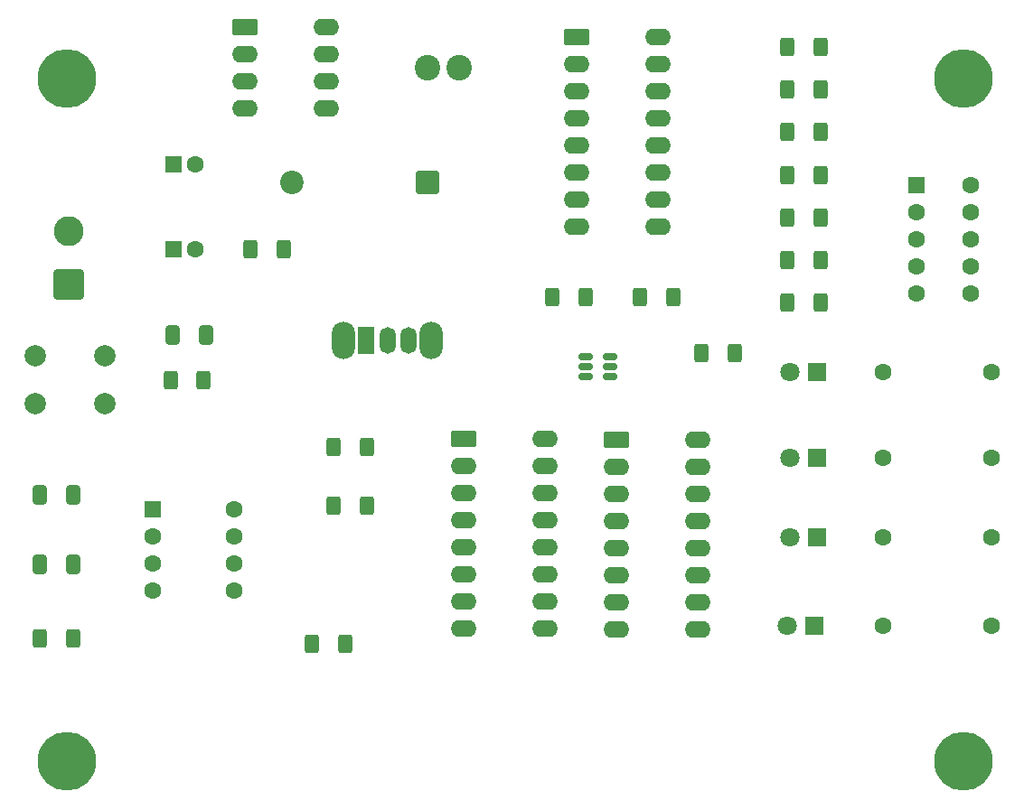
<source format=gbr>
%TF.GenerationSoftware,KiCad,Pcbnew,9.0.3*%
%TF.CreationDate,2025-12-16T09:58:40+01:00*%
%TF.ProjectId,PTP_Josip_Bosnic_Project1,5054505f-4a6f-4736-9970-5f426f736e69,rev?*%
%TF.SameCoordinates,Original*%
%TF.FileFunction,Soldermask,Top*%
%TF.FilePolarity,Negative*%
%FSLAX46Y46*%
G04 Gerber Fmt 4.6, Leading zero omitted, Abs format (unit mm)*
G04 Created by KiCad (PCBNEW 9.0.3) date 2025-12-16 09:58:40*
%MOMM*%
%LPD*%
G01*
G04 APERTURE LIST*
G04 Aperture macros list*
%AMRoundRect*
0 Rectangle with rounded corners*
0 $1 Rounding radius*
0 $2 $3 $4 $5 $6 $7 $8 $9 X,Y pos of 4 corners*
0 Add a 4 corners polygon primitive as box body*
4,1,4,$2,$3,$4,$5,$6,$7,$8,$9,$2,$3,0*
0 Add four circle primitives for the rounded corners*
1,1,$1+$1,$2,$3*
1,1,$1+$1,$4,$5*
1,1,$1+$1,$6,$7*
1,1,$1+$1,$8,$9*
0 Add four rect primitives between the rounded corners*
20,1,$1+$1,$2,$3,$4,$5,0*
20,1,$1+$1,$4,$5,$6,$7,0*
20,1,$1+$1,$6,$7,$8,$9,0*
20,1,$1+$1,$8,$9,$2,$3,0*%
G04 Aperture macros list end*
%ADD10R,1.800000X1.800000*%
%ADD11C,1.800000*%
%ADD12C,1.600000*%
%ADD13RoundRect,0.250000X-0.400000X-0.625000X0.400000X-0.625000X0.400000X0.625000X-0.400000X0.625000X0*%
%ADD14C,5.500000*%
%ADD15O,2.200000X3.500000*%
%ADD16R,1.500000X2.500000*%
%ADD17O,1.500000X2.500000*%
%ADD18C,2.000000*%
%ADD19RoundRect,0.250000X-0.412500X-0.650000X0.412500X-0.650000X0.412500X0.650000X-0.412500X0.650000X0*%
%ADD20RoundRect,0.250000X0.400000X0.625000X-0.400000X0.625000X-0.400000X-0.625000X0.400000X-0.625000X0*%
%ADD21C,2.400000*%
%ADD22RoundRect,0.250000X0.412500X0.650000X-0.412500X0.650000X-0.412500X-0.650000X0.412500X-0.650000X0*%
%ADD23RoundRect,0.250000X-0.950000X-0.550000X0.950000X-0.550000X0.950000X0.550000X-0.950000X0.550000X0*%
%ADD24O,2.400000X1.600000*%
%ADD25RoundRect,0.250000X-0.550000X-0.550000X0.550000X-0.550000X0.550000X0.550000X-0.550000X0.550000X0*%
%ADD26RoundRect,0.150000X-0.512500X-0.150000X0.512500X-0.150000X0.512500X0.150000X-0.512500X0.150000X0*%
%ADD27R,1.600000X1.600000*%
%ADD28RoundRect,0.250001X1.149999X-1.149999X1.149999X1.149999X-1.149999X1.149999X-1.149999X-1.149999X0*%
%ADD29C,2.800000*%
%ADD30RoundRect,0.249999X0.850001X0.850001X-0.850001X0.850001X-0.850001X-0.850001X0.850001X-0.850001X0*%
%ADD31C,2.200000*%
G04 APERTURE END LIST*
D10*
%TO.C,D2*%
X178250000Y-96000000D03*
D11*
X175710000Y-96000000D03*
%TD*%
D12*
%TO.C,R1*%
X184420000Y-104250000D03*
X194580000Y-104250000D03*
%TD*%
%TO.C,R3*%
X184420000Y-88500000D03*
X194580000Y-88500000D03*
%TD*%
D13*
%TO.C,R18*%
X175450000Y-74000000D03*
X178550000Y-74000000D03*
%TD*%
%TO.C,R13*%
X117700000Y-81250000D03*
X120800000Y-81250000D03*
%TD*%
D10*
%TO.C,D1*%
X178025000Y-104250000D03*
D11*
X175485000Y-104250000D03*
%TD*%
D10*
%TO.C,D5*%
X178250000Y-80500000D03*
D11*
X175710000Y-80500000D03*
%TD*%
D14*
%TO.C,H1*%
X108000000Y-53000000D03*
%TD*%
D12*
%TO.C,R4*%
X184420000Y-80500000D03*
X194580000Y-80500000D03*
%TD*%
D13*
%TO.C,R7*%
X125200000Y-69000000D03*
X128300000Y-69000000D03*
%TD*%
D15*
%TO.C,SW2*%
X133900000Y-77500000D03*
X142100000Y-77500000D03*
D16*
X136000000Y-77500000D03*
D17*
X138000000Y-77500000D03*
X140000000Y-77500000D03*
%TD*%
D18*
%TO.C,SW1*%
X105000000Y-79000000D03*
X111500000Y-79000000D03*
X105000000Y-83500000D03*
X111500000Y-83500000D03*
%TD*%
D19*
%TO.C,C3*%
X117875000Y-77000000D03*
X121000000Y-77000000D03*
%TD*%
D20*
%TO.C,R20*%
X108550000Y-105500000D03*
X105450000Y-105500000D03*
%TD*%
D14*
%TO.C,H3*%
X192000000Y-53000000D03*
%TD*%
D21*
%TO.C,L1*%
X141750000Y-52000000D03*
X144750000Y-52000000D03*
%TD*%
D22*
%TO.C,C4*%
X108562500Y-98500000D03*
X105437500Y-98500000D03*
%TD*%
D14*
%TO.C,H4*%
X192000000Y-117000000D03*
%TD*%
D13*
%TO.C,R9*%
X153450000Y-73500000D03*
X156550000Y-73500000D03*
%TD*%
%TO.C,R14*%
X175450000Y-62000000D03*
X178550000Y-62000000D03*
%TD*%
%TO.C,R11*%
X161700000Y-73500000D03*
X164800000Y-73500000D03*
%TD*%
%TO.C,R10*%
X132950000Y-93000000D03*
X136050000Y-93000000D03*
%TD*%
%TO.C,R5*%
X175450000Y-50000000D03*
X178550000Y-50000000D03*
%TD*%
D23*
%TO.C,U4*%
X155690000Y-49110000D03*
D24*
X155690000Y-51650000D03*
X155690000Y-54190000D03*
X155690000Y-56730000D03*
X155690000Y-59270000D03*
X155690000Y-61810000D03*
X155690000Y-64350000D03*
X155690000Y-66890000D03*
X163310000Y-66890000D03*
X163310000Y-64350000D03*
X163310000Y-61810000D03*
X163310000Y-59270000D03*
X163310000Y-56730000D03*
X163310000Y-54190000D03*
X163310000Y-51650000D03*
X163310000Y-49110000D03*
%TD*%
D14*
%TO.C,H2*%
X108000000Y-117000000D03*
%TD*%
D25*
%TO.C,U7*%
X116000000Y-93380000D03*
D12*
X116000000Y-95920000D03*
X116000000Y-98460000D03*
X116000000Y-101000000D03*
X123620000Y-101000000D03*
X123620000Y-98460000D03*
X123620000Y-95920000D03*
X123620000Y-93380000D03*
%TD*%
D13*
%TO.C,R17*%
X175450000Y-70000000D03*
X178550000Y-70000000D03*
%TD*%
%TO.C,R12*%
X167450000Y-78750000D03*
X170550000Y-78750000D03*
%TD*%
%TO.C,R16*%
X175450000Y-66000000D03*
X178550000Y-66000000D03*
%TD*%
%TO.C,R15*%
X132950000Y-87500000D03*
X136050000Y-87500000D03*
%TD*%
%TO.C,R8*%
X175450000Y-58000000D03*
X178550000Y-58000000D03*
%TD*%
D20*
%TO.C,R19*%
X134050000Y-106000000D03*
X130950000Y-106000000D03*
%TD*%
D26*
%TO.C,U6*%
X156612500Y-79050000D03*
X156612500Y-80000000D03*
X156612500Y-80950000D03*
X158887500Y-80950000D03*
X158887500Y-80000000D03*
X158887500Y-79050000D03*
%TD*%
D10*
%TO.C,D3*%
X178250000Y-88500000D03*
D11*
X175710000Y-88500000D03*
%TD*%
D23*
%TO.C,U1*%
X124690000Y-48190000D03*
D24*
X124690000Y-50730000D03*
X124690000Y-53270000D03*
X124690000Y-55810000D03*
X132310000Y-55810000D03*
X132310000Y-53270000D03*
X132310000Y-50730000D03*
X132310000Y-48190000D03*
%TD*%
D25*
%TO.C,C2*%
X118000000Y-69000000D03*
D12*
X120000000Y-69000000D03*
%TD*%
D27*
%TO.C,U5*%
X187532500Y-62982500D03*
D12*
X187532500Y-65522500D03*
X187532500Y-68062500D03*
X187532500Y-70602500D03*
X187532500Y-73142500D03*
X192612500Y-73142500D03*
X192612500Y-70602500D03*
X192612500Y-68062500D03*
X192612500Y-65522500D03*
X192612500Y-62982500D03*
%TD*%
D23*
%TO.C,U3*%
X159440000Y-86860000D03*
D24*
X159440000Y-89400000D03*
X159440000Y-91940000D03*
X159440000Y-94480000D03*
X159440000Y-97020000D03*
X159440000Y-99560000D03*
X159440000Y-102100000D03*
X159440000Y-104640000D03*
X167060000Y-104640000D03*
X167060000Y-102100000D03*
X167060000Y-99560000D03*
X167060000Y-97020000D03*
X167060000Y-94480000D03*
X167060000Y-91940000D03*
X167060000Y-89400000D03*
X167060000Y-86860000D03*
%TD*%
D22*
%TO.C,C5*%
X108562500Y-92000000D03*
X105437500Y-92000000D03*
%TD*%
D25*
%TO.C,C1*%
X118000000Y-61000000D03*
D12*
X120000000Y-61000000D03*
%TD*%
D28*
%TO.C,J1*%
X108117500Y-72250000D03*
D29*
X108117500Y-67250000D03*
%TD*%
D30*
%TO.C,D4*%
X141750000Y-62750000D03*
D31*
X129050000Y-62750000D03*
%TD*%
D12*
%TO.C,R2*%
X184420000Y-96000000D03*
X194580000Y-96000000D03*
%TD*%
D23*
%TO.C,U2*%
X145130000Y-86800000D03*
D24*
X145130000Y-89340000D03*
X145130000Y-91880000D03*
X145130000Y-94420000D03*
X145130000Y-96960000D03*
X145130000Y-99500000D03*
X145130000Y-102040000D03*
X145130000Y-104580000D03*
X152750000Y-104580000D03*
X152750000Y-102040000D03*
X152750000Y-99500000D03*
X152750000Y-96960000D03*
X152750000Y-94420000D03*
X152750000Y-91880000D03*
X152750000Y-89340000D03*
X152750000Y-86800000D03*
%TD*%
D13*
%TO.C,R6*%
X175450000Y-54000000D03*
X178550000Y-54000000D03*
%TD*%
M02*

</source>
